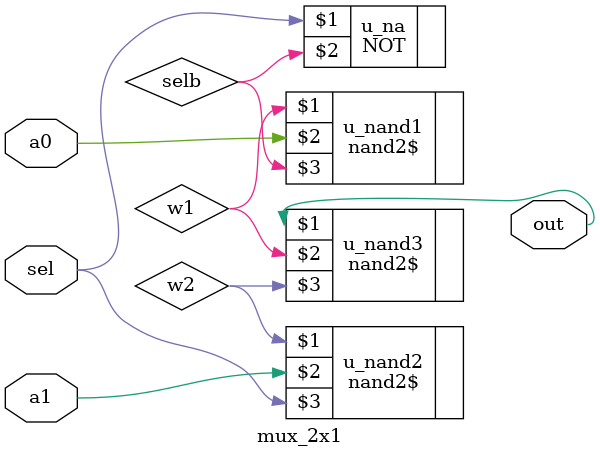
<source format=v>
module mux_2x1 (a0,a1,sel,out);
   input a0;
   input a1;
   input sel;
   output out;

	wire selb;
	wire w1,w2;

	NOT u_na(sel,selb);

	nand2$ u_nand1(w1,a0,selb);
	nand2$ u_nand2(w2,a1,sel);
	nand2$ u_nand3(out,w1,w2);

endmodule


</source>
